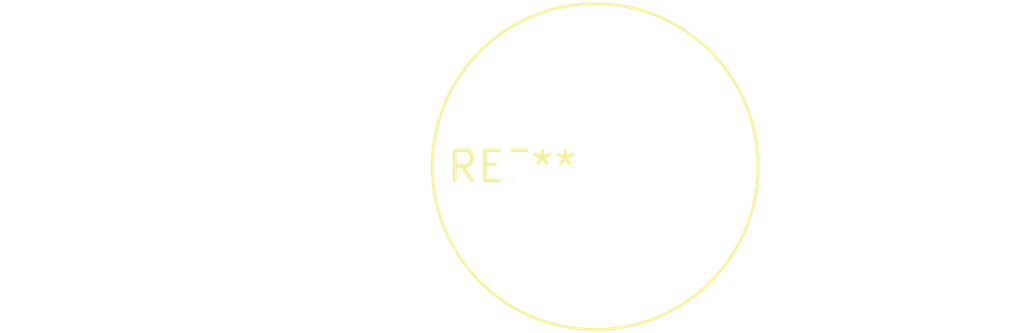
<source format=kicad_pcb>
(kicad_pcb (version 20240108) (generator pcbnew)
  (layers (0 "F.Cu" signal) (31 "B.Cu" signal) (34 "B.Paste" user) (35 "F.Paste" user) (36 "B.SilkS" user "B.Silkscreen") (37 "F.SilkS" user "F.Silkscreen") (38 "B.Mask" user) (39 "F.Mask" user) (44 "Edge.Cuts" user))
  (net 0 "")
  (footprint "L_Radial_D13.5mm_P7.00mm_Fastron_09HCP" (layer "F.Cu") (at 0 0)
    (property "Reference" "REF**")
    (property "Value" "L_Radial_D13.5mm_P7.00mm_Fastron_09HCP")
    (fp_circle (center 3.5 0) (end 10.37 0) (layer "F.SilkS") (stroke (width 0.12)) (fill none))
    (pad "1" thru_hole circle (at 0 0) (size 2.4 2.4) (drill 1.2) (layers *.Cu *.Mask) (remove_unused_layers))
    (pad "2" thru_hole circle (at 7 0) (size 2.4 2.4) (drill 1.2) (layers *.Cu *.Mask) (remove_unused_layers))
  )
)
</source>
